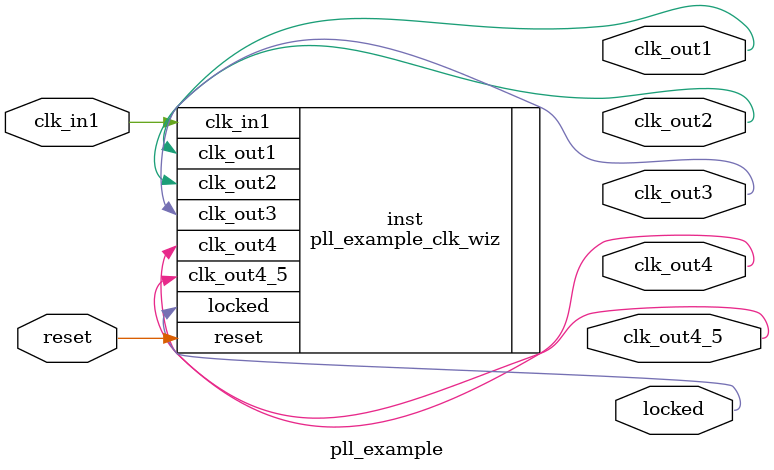
<source format=v>


`timescale 1ps/1ps

(* CORE_GENERATION_INFO = "pll_example,clk_wiz_v6_0_1_0_0,{component_name=pll_example,use_phase_alignment=true,use_min_o_jitter=false,use_max_i_jitter=false,use_dyn_phase_shift=false,use_inclk_switchover=false,use_dyn_reconfig=false,enable_axi=0,feedback_source=FDBK_AUTO,PRIMITIVE=MMCM,num_out_clk=5,clkin1_period=20.000,clkin2_period=10.0,use_power_down=false,use_reset=true,use_locked=true,use_inclk_stopped=false,feedback_type=SINGLE,CLOCK_MGR_TYPE=NA,manual_override=false}" *)

module pll_example 
 (
  // Clock out ports
  output        clk_out1,
  output        clk_out2,
  output        clk_out3,
  output        clk_out4,
  output        clk_out4_5,
  // Status and control signals
  input         reset,
  output        locked,
 // Clock in ports
  input         clk_in1
 );

  pll_example_clk_wiz inst
  (
  // Clock out ports  
  .clk_out1(clk_out1),
  .clk_out2(clk_out2),
  .clk_out3(clk_out3),
  .clk_out4(clk_out4),
  .clk_out4_5(clk_out4_5),
  // Status and control signals               
  .reset(reset), 
  .locked(locked),
 // Clock in ports
  .clk_in1(clk_in1)
  );

endmodule

</source>
